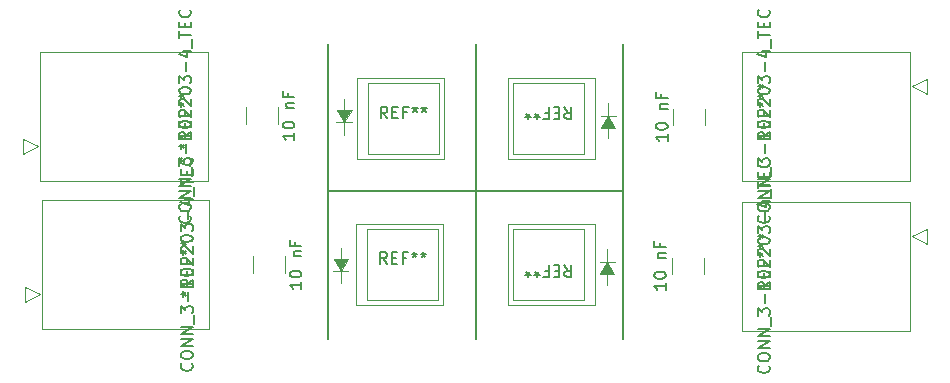
<source format=gbr>
%TF.GenerationSoftware,KiCad,Pcbnew,(6.0.8-1)-1*%
%TF.CreationDate,2023-06-07T12:10:10-04:00*%
%TF.ProjectId,Ecal2.5x2.5cm,4563616c-322e-4357-9832-2e35636d2e6b,rev?*%
%TF.SameCoordinates,Original*%
%TF.FileFunction,Legend,Top*%
%TF.FilePolarity,Positive*%
%FSLAX46Y46*%
G04 Gerber Fmt 4.6, Leading zero omitted, Abs format (unit mm)*
G04 Created by KiCad (PCBNEW (6.0.8-1)-1) date 2023-06-07 12:10:10*
%MOMM*%
%LPD*%
G01*
G04 APERTURE LIST*
%ADD10C,0.150000*%
%ADD11C,0.120000*%
G04 APERTURE END LIST*
D10*
X112500000Y-62500000D02*
X100000000Y-62500000D01*
X112500000Y-62500000D02*
X125000000Y-62500000D01*
X112500000Y-62500000D02*
X112500000Y-75000000D01*
X112500000Y-62500000D02*
X112500000Y-50000000D01*
X125000000Y-50000000D02*
X125000000Y-75000000D01*
X100000000Y-50000000D02*
X100000000Y-75000000D01*
%TO.C,REF\u002A\u002A*%
X137402280Y-70185833D02*
X136926090Y-70519166D01*
X137402280Y-70757261D02*
X136402280Y-70757261D01*
X136402280Y-70376309D01*
X136449900Y-70281071D01*
X136497519Y-70233452D01*
X136592757Y-70185833D01*
X136735614Y-70185833D01*
X136830852Y-70233452D01*
X136878471Y-70281071D01*
X136926090Y-70376309D01*
X136926090Y-70757261D01*
X136878471Y-69757261D02*
X136878471Y-69423928D01*
X137402280Y-69281071D02*
X137402280Y-69757261D01*
X136402280Y-69757261D01*
X136402280Y-69281071D01*
X136878471Y-68519166D02*
X136878471Y-68852500D01*
X137402280Y-68852500D02*
X136402280Y-68852500D01*
X136402280Y-68376309D01*
X136402280Y-67852500D02*
X136640376Y-67852500D01*
X136545138Y-68090595D02*
X136640376Y-67852500D01*
X136545138Y-67614404D01*
X136830852Y-67995357D02*
X136640376Y-67852500D01*
X136830852Y-67709642D01*
X136402280Y-67090595D02*
X136640376Y-67090595D01*
X136545138Y-67328690D02*
X136640376Y-67090595D01*
X136545138Y-66852500D01*
X136830852Y-67233452D02*
X136640376Y-67090595D01*
X136830852Y-66947738D01*
X137307042Y-77257261D02*
X137354661Y-77304880D01*
X137402280Y-77447738D01*
X137402280Y-77542976D01*
X137354661Y-77685833D01*
X137259423Y-77781071D01*
X137164185Y-77828690D01*
X136973709Y-77876309D01*
X136830852Y-77876309D01*
X136640376Y-77828690D01*
X136545138Y-77781071D01*
X136449900Y-77685833D01*
X136402280Y-77542976D01*
X136402280Y-77447738D01*
X136449900Y-77304880D01*
X136497519Y-77257261D01*
X136402280Y-76638214D02*
X136402280Y-76447738D01*
X136449900Y-76352500D01*
X136545138Y-76257261D01*
X136735614Y-76209642D01*
X137068947Y-76209642D01*
X137259423Y-76257261D01*
X137354661Y-76352500D01*
X137402280Y-76447738D01*
X137402280Y-76638214D01*
X137354661Y-76733452D01*
X137259423Y-76828690D01*
X137068947Y-76876309D01*
X136735614Y-76876309D01*
X136545138Y-76828690D01*
X136449900Y-76733452D01*
X136402280Y-76638214D01*
X137402280Y-75781071D02*
X136402280Y-75781071D01*
X137402280Y-75209642D01*
X136402280Y-75209642D01*
X137402280Y-74733452D02*
X136402280Y-74733452D01*
X137402280Y-74162023D01*
X136402280Y-74162023D01*
X137497519Y-73923928D02*
X137497519Y-73162023D01*
X136402280Y-73019166D02*
X136402280Y-72400119D01*
X136783233Y-72733452D01*
X136783233Y-72590595D01*
X136830852Y-72495357D01*
X136878471Y-72447738D01*
X136973709Y-72400119D01*
X137211804Y-72400119D01*
X137307042Y-72447738D01*
X137354661Y-72495357D01*
X137402280Y-72590595D01*
X137402280Y-72876309D01*
X137354661Y-72971547D01*
X137307042Y-73019166D01*
X137021328Y-71971547D02*
X137021328Y-71209642D01*
X137402280Y-70209642D02*
X137402280Y-70781071D01*
X137402280Y-70495357D02*
X136402280Y-70495357D01*
X136545138Y-70590595D01*
X136640376Y-70685833D01*
X136687995Y-70781071D01*
X136402280Y-69590595D02*
X136402280Y-69495357D01*
X136449900Y-69400119D01*
X136497519Y-69352500D01*
X136592757Y-69304880D01*
X136783233Y-69257261D01*
X137021328Y-69257261D01*
X137211804Y-69304880D01*
X137307042Y-69352500D01*
X137354661Y-69400119D01*
X137402280Y-69495357D01*
X137402280Y-69590595D01*
X137354661Y-69685833D01*
X137307042Y-69733452D01*
X137211804Y-69781071D01*
X137021328Y-69828690D01*
X136783233Y-69828690D01*
X136592757Y-69781071D01*
X136497519Y-69733452D01*
X136449900Y-69685833D01*
X136402280Y-69590595D01*
X136497519Y-68876309D02*
X136449900Y-68828690D01*
X136402280Y-68733452D01*
X136402280Y-68495357D01*
X136449900Y-68400119D01*
X136497519Y-68352500D01*
X136592757Y-68304880D01*
X136687995Y-68304880D01*
X136830852Y-68352500D01*
X137402280Y-68923928D01*
X137402280Y-68304880D01*
X136497519Y-67923928D02*
X136449900Y-67876309D01*
X136402280Y-67781071D01*
X136402280Y-67542976D01*
X136449900Y-67447738D01*
X136497519Y-67400119D01*
X136592757Y-67352500D01*
X136687995Y-67352500D01*
X136830852Y-67400119D01*
X137402280Y-67971547D01*
X137402280Y-67352500D01*
X136402280Y-66733452D02*
X136402280Y-66638214D01*
X136449900Y-66542976D01*
X136497519Y-66495357D01*
X136592757Y-66447738D01*
X136783233Y-66400119D01*
X137021328Y-66400119D01*
X137211804Y-66447738D01*
X137307042Y-66495357D01*
X137354661Y-66542976D01*
X137402280Y-66638214D01*
X137402280Y-66733452D01*
X137354661Y-66828690D01*
X137307042Y-66876309D01*
X137211804Y-66923928D01*
X137021328Y-66971547D01*
X136783233Y-66971547D01*
X136592757Y-66923928D01*
X136497519Y-66876309D01*
X136449900Y-66828690D01*
X136402280Y-66733452D01*
X136402280Y-66066785D02*
X136402280Y-65447738D01*
X136783233Y-65781071D01*
X136783233Y-65638214D01*
X136830852Y-65542976D01*
X136878471Y-65495357D01*
X136973709Y-65447738D01*
X137211804Y-65447738D01*
X137307042Y-65495357D01*
X137354661Y-65542976D01*
X137402280Y-65638214D01*
X137402280Y-65923928D01*
X137354661Y-66019166D01*
X137307042Y-66066785D01*
X137021328Y-65019166D02*
X137021328Y-64257261D01*
X136735614Y-63352500D02*
X137402280Y-63352500D01*
X136354661Y-63590595D02*
X137068947Y-63828690D01*
X137068947Y-63209642D01*
X137497519Y-63066785D02*
X137497519Y-62304880D01*
X136402280Y-62209642D02*
X136402280Y-61638214D01*
X137402280Y-61923928D02*
X136402280Y-61923928D01*
X136878471Y-61304880D02*
X136878471Y-60971547D01*
X137402280Y-60828690D02*
X137402280Y-61304880D01*
X136402280Y-61304880D01*
X136402280Y-60828690D01*
X137307042Y-59828690D02*
X137354661Y-59876309D01*
X137402280Y-60019166D01*
X137402280Y-60114404D01*
X137354661Y-60257261D01*
X137259423Y-60352500D01*
X137164185Y-60400119D01*
X136973709Y-60447738D01*
X136830852Y-60447738D01*
X136640376Y-60400119D01*
X136545138Y-60352500D01*
X136449900Y-60257261D01*
X136402280Y-60114404D01*
X136402280Y-60019166D01*
X136449900Y-59876309D01*
X136497519Y-59828690D01*
X136402280Y-66312500D02*
X136640376Y-66312500D01*
X136545138Y-66550595D02*
X136640376Y-66312500D01*
X136545138Y-66074404D01*
X136830852Y-66455357D02*
X136640376Y-66312500D01*
X136830852Y-66169642D01*
%TO.C,10 nF*%
X128602280Y-70264880D02*
X128602280Y-70836309D01*
X128602280Y-70550595D02*
X127602280Y-70550595D01*
X127745138Y-70645833D01*
X127840376Y-70741071D01*
X127887995Y-70836309D01*
X127602280Y-69645833D02*
X127602280Y-69550595D01*
X127649900Y-69455357D01*
X127697519Y-69407738D01*
X127792757Y-69360119D01*
X127983233Y-69312500D01*
X128221328Y-69312500D01*
X128411804Y-69360119D01*
X128507042Y-69407738D01*
X128554661Y-69455357D01*
X128602280Y-69550595D01*
X128602280Y-69645833D01*
X128554661Y-69741071D01*
X128507042Y-69788690D01*
X128411804Y-69836309D01*
X128221328Y-69883928D01*
X127983233Y-69883928D01*
X127792757Y-69836309D01*
X127697519Y-69788690D01*
X127649900Y-69741071D01*
X127602280Y-69645833D01*
X127935614Y-68122023D02*
X128602280Y-68122023D01*
X128030852Y-68122023D02*
X127983233Y-68074404D01*
X127935614Y-67979166D01*
X127935614Y-67836309D01*
X127983233Y-67741071D01*
X128078471Y-67693452D01*
X128602280Y-67693452D01*
X128078471Y-66883928D02*
X128078471Y-67217261D01*
X128602280Y-67217261D02*
X127602280Y-67217261D01*
X127602280Y-66741071D01*
X128752380Y-57652380D02*
X128752380Y-58223809D01*
X128752380Y-57938095D02*
X127752380Y-57938095D01*
X127895238Y-58033333D01*
X127990476Y-58128571D01*
X128038095Y-58223809D01*
X127752380Y-57033333D02*
X127752380Y-56938095D01*
X127800000Y-56842857D01*
X127847619Y-56795238D01*
X127942857Y-56747619D01*
X128133333Y-56700000D01*
X128371428Y-56700000D01*
X128561904Y-56747619D01*
X128657142Y-56795238D01*
X128704761Y-56842857D01*
X128752380Y-56938095D01*
X128752380Y-57033333D01*
X128704761Y-57128571D01*
X128657142Y-57176190D01*
X128561904Y-57223809D01*
X128371428Y-57271428D01*
X128133333Y-57271428D01*
X127942857Y-57223809D01*
X127847619Y-57176190D01*
X127800000Y-57128571D01*
X127752380Y-57033333D01*
X128085714Y-55509523D02*
X128752380Y-55509523D01*
X128180952Y-55509523D02*
X128133333Y-55461904D01*
X128085714Y-55366666D01*
X128085714Y-55223809D01*
X128133333Y-55128571D01*
X128228571Y-55080952D01*
X128752380Y-55080952D01*
X128228571Y-54271428D02*
X128228571Y-54604761D01*
X128752380Y-54604761D02*
X127752380Y-54604761D01*
X127752380Y-54128571D01*
%TO.C,REF\u002A\u002A*%
X137402280Y-57485833D02*
X136926090Y-57819166D01*
X137402280Y-58057261D02*
X136402280Y-58057261D01*
X136402280Y-57676309D01*
X136449900Y-57581071D01*
X136497519Y-57533452D01*
X136592757Y-57485833D01*
X136735614Y-57485833D01*
X136830852Y-57533452D01*
X136878471Y-57581071D01*
X136926090Y-57676309D01*
X136926090Y-58057261D01*
X136878471Y-57057261D02*
X136878471Y-56723928D01*
X137402280Y-56581071D02*
X137402280Y-57057261D01*
X136402280Y-57057261D01*
X136402280Y-56581071D01*
X136878471Y-55819166D02*
X136878471Y-56152500D01*
X137402280Y-56152500D02*
X136402280Y-56152500D01*
X136402280Y-55676309D01*
X136402280Y-55152500D02*
X136640376Y-55152500D01*
X136545138Y-55390595D02*
X136640376Y-55152500D01*
X136545138Y-54914404D01*
X136830852Y-55295357D02*
X136640376Y-55152500D01*
X136830852Y-55009642D01*
X136402280Y-54390595D02*
X136640376Y-54390595D01*
X136545138Y-54628690D02*
X136640376Y-54390595D01*
X136545138Y-54152500D01*
X136830852Y-54533452D02*
X136640376Y-54390595D01*
X136830852Y-54247738D01*
X137307042Y-64557261D02*
X137354661Y-64604880D01*
X137402280Y-64747738D01*
X137402280Y-64842976D01*
X137354661Y-64985833D01*
X137259423Y-65081071D01*
X137164185Y-65128690D01*
X136973709Y-65176309D01*
X136830852Y-65176309D01*
X136640376Y-65128690D01*
X136545138Y-65081071D01*
X136449900Y-64985833D01*
X136402280Y-64842976D01*
X136402280Y-64747738D01*
X136449900Y-64604880D01*
X136497519Y-64557261D01*
X136402280Y-63938214D02*
X136402280Y-63747738D01*
X136449900Y-63652500D01*
X136545138Y-63557261D01*
X136735614Y-63509642D01*
X137068947Y-63509642D01*
X137259423Y-63557261D01*
X137354661Y-63652500D01*
X137402280Y-63747738D01*
X137402280Y-63938214D01*
X137354661Y-64033452D01*
X137259423Y-64128690D01*
X137068947Y-64176309D01*
X136735614Y-64176309D01*
X136545138Y-64128690D01*
X136449900Y-64033452D01*
X136402280Y-63938214D01*
X137402280Y-63081071D02*
X136402280Y-63081071D01*
X137402280Y-62509642D01*
X136402280Y-62509642D01*
X137402280Y-62033452D02*
X136402280Y-62033452D01*
X137402280Y-61462023D01*
X136402280Y-61462023D01*
X137497519Y-61223928D02*
X137497519Y-60462023D01*
X136402280Y-60319166D02*
X136402280Y-59700119D01*
X136783233Y-60033452D01*
X136783233Y-59890595D01*
X136830852Y-59795357D01*
X136878471Y-59747738D01*
X136973709Y-59700119D01*
X137211804Y-59700119D01*
X137307042Y-59747738D01*
X137354661Y-59795357D01*
X137402280Y-59890595D01*
X137402280Y-60176309D01*
X137354661Y-60271547D01*
X137307042Y-60319166D01*
X137021328Y-59271547D02*
X137021328Y-58509642D01*
X137402280Y-57509642D02*
X137402280Y-58081071D01*
X137402280Y-57795357D02*
X136402280Y-57795357D01*
X136545138Y-57890595D01*
X136640376Y-57985833D01*
X136687995Y-58081071D01*
X136402280Y-56890595D02*
X136402280Y-56795357D01*
X136449900Y-56700119D01*
X136497519Y-56652500D01*
X136592757Y-56604880D01*
X136783233Y-56557261D01*
X137021328Y-56557261D01*
X137211804Y-56604880D01*
X137307042Y-56652500D01*
X137354661Y-56700119D01*
X137402280Y-56795357D01*
X137402280Y-56890595D01*
X137354661Y-56985833D01*
X137307042Y-57033452D01*
X137211804Y-57081071D01*
X137021328Y-57128690D01*
X136783233Y-57128690D01*
X136592757Y-57081071D01*
X136497519Y-57033452D01*
X136449900Y-56985833D01*
X136402280Y-56890595D01*
X136497519Y-56176309D02*
X136449900Y-56128690D01*
X136402280Y-56033452D01*
X136402280Y-55795357D01*
X136449900Y-55700119D01*
X136497519Y-55652500D01*
X136592757Y-55604880D01*
X136687995Y-55604880D01*
X136830852Y-55652500D01*
X137402280Y-56223928D01*
X137402280Y-55604880D01*
X136497519Y-55223928D02*
X136449900Y-55176309D01*
X136402280Y-55081071D01*
X136402280Y-54842976D01*
X136449900Y-54747738D01*
X136497519Y-54700119D01*
X136592757Y-54652500D01*
X136687995Y-54652500D01*
X136830852Y-54700119D01*
X137402280Y-55271547D01*
X137402280Y-54652500D01*
X136402280Y-54033452D02*
X136402280Y-53938214D01*
X136449900Y-53842976D01*
X136497519Y-53795357D01*
X136592757Y-53747738D01*
X136783233Y-53700119D01*
X137021328Y-53700119D01*
X137211804Y-53747738D01*
X137307042Y-53795357D01*
X137354661Y-53842976D01*
X137402280Y-53938214D01*
X137402280Y-54033452D01*
X137354661Y-54128690D01*
X137307042Y-54176309D01*
X137211804Y-54223928D01*
X137021328Y-54271547D01*
X136783233Y-54271547D01*
X136592757Y-54223928D01*
X136497519Y-54176309D01*
X136449900Y-54128690D01*
X136402280Y-54033452D01*
X136402280Y-53366785D02*
X136402280Y-52747738D01*
X136783233Y-53081071D01*
X136783233Y-52938214D01*
X136830852Y-52842976D01*
X136878471Y-52795357D01*
X136973709Y-52747738D01*
X137211804Y-52747738D01*
X137307042Y-52795357D01*
X137354661Y-52842976D01*
X137402280Y-52938214D01*
X137402280Y-53223928D01*
X137354661Y-53319166D01*
X137307042Y-53366785D01*
X137021328Y-52319166D02*
X137021328Y-51557261D01*
X136735614Y-50652500D02*
X137402280Y-50652500D01*
X136354661Y-50890595D02*
X137068947Y-51128690D01*
X137068947Y-50509642D01*
X137497519Y-50366785D02*
X137497519Y-49604880D01*
X136402280Y-49509642D02*
X136402280Y-48938214D01*
X137402280Y-49223928D02*
X136402280Y-49223928D01*
X136878471Y-48604880D02*
X136878471Y-48271547D01*
X137402280Y-48128690D02*
X137402280Y-48604880D01*
X136402280Y-48604880D01*
X136402280Y-48128690D01*
X137307042Y-47128690D02*
X137354661Y-47176309D01*
X137402280Y-47319166D01*
X137402280Y-47414404D01*
X137354661Y-47557261D01*
X137259423Y-47652500D01*
X137164185Y-47700119D01*
X136973709Y-47747738D01*
X136830852Y-47747738D01*
X136640376Y-47700119D01*
X136545138Y-47652500D01*
X136449900Y-47557261D01*
X136402280Y-47414404D01*
X136402280Y-47319166D01*
X136449900Y-47176309D01*
X136497519Y-47128690D01*
X136402280Y-53612500D02*
X136640376Y-53612500D01*
X136545138Y-53850595D02*
X136640376Y-53612500D01*
X136545138Y-53374404D01*
X136830852Y-53755357D02*
X136640376Y-53612500D01*
X136830852Y-53469642D01*
%TO.C,10 nF*%
X97752380Y-70152380D02*
X97752380Y-70723809D01*
X97752380Y-70438095D02*
X96752380Y-70438095D01*
X96895238Y-70533333D01*
X96990476Y-70628571D01*
X97038095Y-70723809D01*
X96752380Y-69533333D02*
X96752380Y-69438095D01*
X96800000Y-69342857D01*
X96847619Y-69295238D01*
X96942857Y-69247619D01*
X97133333Y-69200000D01*
X97371428Y-69200000D01*
X97561904Y-69247619D01*
X97657142Y-69295238D01*
X97704761Y-69342857D01*
X97752380Y-69438095D01*
X97752380Y-69533333D01*
X97704761Y-69628571D01*
X97657142Y-69676190D01*
X97561904Y-69723809D01*
X97371428Y-69771428D01*
X97133333Y-69771428D01*
X96942857Y-69723809D01*
X96847619Y-69676190D01*
X96800000Y-69628571D01*
X96752380Y-69533333D01*
X97085714Y-68009523D02*
X97752380Y-68009523D01*
X97180952Y-68009523D02*
X97133333Y-67961904D01*
X97085714Y-67866666D01*
X97085714Y-67723809D01*
X97133333Y-67628571D01*
X97228571Y-67580952D01*
X97752380Y-67580952D01*
X97228571Y-66771428D02*
X97228571Y-67104761D01*
X97752380Y-67104761D02*
X96752380Y-67104761D01*
X96752380Y-66628571D01*
%TO.C,REF\u002A\u002A*%
X88552380Y-69993333D02*
X88076190Y-70326666D01*
X88552380Y-70564761D02*
X87552380Y-70564761D01*
X87552380Y-70183809D01*
X87600000Y-70088571D01*
X87647619Y-70040952D01*
X87742857Y-69993333D01*
X87885714Y-69993333D01*
X87980952Y-70040952D01*
X88028571Y-70088571D01*
X88076190Y-70183809D01*
X88076190Y-70564761D01*
X88028571Y-69564761D02*
X88028571Y-69231428D01*
X88552380Y-69088571D02*
X88552380Y-69564761D01*
X87552380Y-69564761D01*
X87552380Y-69088571D01*
X88028571Y-68326666D02*
X88028571Y-68660000D01*
X88552380Y-68660000D02*
X87552380Y-68660000D01*
X87552380Y-68183809D01*
X87552380Y-67660000D02*
X87790476Y-67660000D01*
X87695238Y-67898095D02*
X87790476Y-67660000D01*
X87695238Y-67421904D01*
X87980952Y-67802857D02*
X87790476Y-67660000D01*
X87980952Y-67517142D01*
X87552380Y-66898095D02*
X87790476Y-66898095D01*
X87695238Y-67136190D02*
X87790476Y-66898095D01*
X87695238Y-66660000D01*
X87980952Y-67040952D02*
X87790476Y-66898095D01*
X87980952Y-66755238D01*
X88457142Y-77064761D02*
X88504761Y-77112380D01*
X88552380Y-77255238D01*
X88552380Y-77350476D01*
X88504761Y-77493333D01*
X88409523Y-77588571D01*
X88314285Y-77636190D01*
X88123809Y-77683809D01*
X87980952Y-77683809D01*
X87790476Y-77636190D01*
X87695238Y-77588571D01*
X87600000Y-77493333D01*
X87552380Y-77350476D01*
X87552380Y-77255238D01*
X87600000Y-77112380D01*
X87647619Y-77064761D01*
X87552380Y-76445714D02*
X87552380Y-76255238D01*
X87600000Y-76160000D01*
X87695238Y-76064761D01*
X87885714Y-76017142D01*
X88219047Y-76017142D01*
X88409523Y-76064761D01*
X88504761Y-76160000D01*
X88552380Y-76255238D01*
X88552380Y-76445714D01*
X88504761Y-76540952D01*
X88409523Y-76636190D01*
X88219047Y-76683809D01*
X87885714Y-76683809D01*
X87695238Y-76636190D01*
X87600000Y-76540952D01*
X87552380Y-76445714D01*
X88552380Y-75588571D02*
X87552380Y-75588571D01*
X88552380Y-75017142D01*
X87552380Y-75017142D01*
X88552380Y-74540952D02*
X87552380Y-74540952D01*
X88552380Y-73969523D01*
X87552380Y-73969523D01*
X88647619Y-73731428D02*
X88647619Y-72969523D01*
X87552380Y-72826666D02*
X87552380Y-72207619D01*
X87933333Y-72540952D01*
X87933333Y-72398095D01*
X87980952Y-72302857D01*
X88028571Y-72255238D01*
X88123809Y-72207619D01*
X88361904Y-72207619D01*
X88457142Y-72255238D01*
X88504761Y-72302857D01*
X88552380Y-72398095D01*
X88552380Y-72683809D01*
X88504761Y-72779047D01*
X88457142Y-72826666D01*
X88171428Y-71779047D02*
X88171428Y-71017142D01*
X88552380Y-70017142D02*
X88552380Y-70588571D01*
X88552380Y-70302857D02*
X87552380Y-70302857D01*
X87695238Y-70398095D01*
X87790476Y-70493333D01*
X87838095Y-70588571D01*
X87552380Y-69398095D02*
X87552380Y-69302857D01*
X87600000Y-69207619D01*
X87647619Y-69160000D01*
X87742857Y-69112380D01*
X87933333Y-69064761D01*
X88171428Y-69064761D01*
X88361904Y-69112380D01*
X88457142Y-69160000D01*
X88504761Y-69207619D01*
X88552380Y-69302857D01*
X88552380Y-69398095D01*
X88504761Y-69493333D01*
X88457142Y-69540952D01*
X88361904Y-69588571D01*
X88171428Y-69636190D01*
X87933333Y-69636190D01*
X87742857Y-69588571D01*
X87647619Y-69540952D01*
X87600000Y-69493333D01*
X87552380Y-69398095D01*
X87647619Y-68683809D02*
X87600000Y-68636190D01*
X87552380Y-68540952D01*
X87552380Y-68302857D01*
X87600000Y-68207619D01*
X87647619Y-68160000D01*
X87742857Y-68112380D01*
X87838095Y-68112380D01*
X87980952Y-68160000D01*
X88552380Y-68731428D01*
X88552380Y-68112380D01*
X87647619Y-67731428D02*
X87600000Y-67683809D01*
X87552380Y-67588571D01*
X87552380Y-67350476D01*
X87600000Y-67255238D01*
X87647619Y-67207619D01*
X87742857Y-67160000D01*
X87838095Y-67160000D01*
X87980952Y-67207619D01*
X88552380Y-67779047D01*
X88552380Y-67160000D01*
X87552380Y-66540952D02*
X87552380Y-66445714D01*
X87600000Y-66350476D01*
X87647619Y-66302857D01*
X87742857Y-66255238D01*
X87933333Y-66207619D01*
X88171428Y-66207619D01*
X88361904Y-66255238D01*
X88457142Y-66302857D01*
X88504761Y-66350476D01*
X88552380Y-66445714D01*
X88552380Y-66540952D01*
X88504761Y-66636190D01*
X88457142Y-66683809D01*
X88361904Y-66731428D01*
X88171428Y-66779047D01*
X87933333Y-66779047D01*
X87742857Y-66731428D01*
X87647619Y-66683809D01*
X87600000Y-66636190D01*
X87552380Y-66540952D01*
X87552380Y-65874285D02*
X87552380Y-65255238D01*
X87933333Y-65588571D01*
X87933333Y-65445714D01*
X87980952Y-65350476D01*
X88028571Y-65302857D01*
X88123809Y-65255238D01*
X88361904Y-65255238D01*
X88457142Y-65302857D01*
X88504761Y-65350476D01*
X88552380Y-65445714D01*
X88552380Y-65731428D01*
X88504761Y-65826666D01*
X88457142Y-65874285D01*
X88171428Y-64826666D02*
X88171428Y-64064761D01*
X87885714Y-63160000D02*
X88552380Y-63160000D01*
X87504761Y-63398095D02*
X88219047Y-63636190D01*
X88219047Y-63017142D01*
X88647619Y-62874285D02*
X88647619Y-62112380D01*
X87552380Y-62017142D02*
X87552380Y-61445714D01*
X88552380Y-61731428D02*
X87552380Y-61731428D01*
X88028571Y-61112380D02*
X88028571Y-60779047D01*
X88552380Y-60636190D02*
X88552380Y-61112380D01*
X87552380Y-61112380D01*
X87552380Y-60636190D01*
X88457142Y-59636190D02*
X88504761Y-59683809D01*
X88552380Y-59826666D01*
X88552380Y-59921904D01*
X88504761Y-60064761D01*
X88409523Y-60160000D01*
X88314285Y-60207619D01*
X88123809Y-60255238D01*
X87980952Y-60255238D01*
X87790476Y-60207619D01*
X87695238Y-60160000D01*
X87600000Y-60064761D01*
X87552380Y-59921904D01*
X87552380Y-59826666D01*
X87600000Y-59683809D01*
X87647619Y-59636190D01*
X87552380Y-71200000D02*
X87790476Y-71200000D01*
X87695238Y-71438095D02*
X87790476Y-71200000D01*
X87695238Y-70961904D01*
X87980952Y-71342857D02*
X87790476Y-71200000D01*
X87980952Y-71057142D01*
X104981766Y-68637280D02*
X104648433Y-68161090D01*
X104410338Y-68637280D02*
X104410338Y-67637280D01*
X104791290Y-67637280D01*
X104886528Y-67684900D01*
X104934147Y-67732519D01*
X104981766Y-67827757D01*
X104981766Y-67970614D01*
X104934147Y-68065852D01*
X104886528Y-68113471D01*
X104791290Y-68161090D01*
X104410338Y-68161090D01*
X105410338Y-68113471D02*
X105743671Y-68113471D01*
X105886528Y-68637280D02*
X105410338Y-68637280D01*
X105410338Y-67637280D01*
X105886528Y-67637280D01*
X106648433Y-68113471D02*
X106315100Y-68113471D01*
X106315100Y-68637280D02*
X106315100Y-67637280D01*
X106791290Y-67637280D01*
X107315100Y-67637280D02*
X107315100Y-67875376D01*
X107077004Y-67780138D02*
X107315100Y-67875376D01*
X107553195Y-67780138D01*
X107172242Y-68065852D02*
X107315100Y-67875376D01*
X107457957Y-68065852D01*
X108077004Y-67637280D02*
X108077004Y-67875376D01*
X107838909Y-67780138D02*
X108077004Y-67875376D01*
X108315100Y-67780138D01*
X107934147Y-68065852D02*
X108077004Y-67875376D01*
X108219861Y-68065852D01*
X105031766Y-56317480D02*
X104698433Y-55841290D01*
X104460338Y-56317480D02*
X104460338Y-55317480D01*
X104841290Y-55317480D01*
X104936528Y-55365100D01*
X104984147Y-55412719D01*
X105031766Y-55507957D01*
X105031766Y-55650814D01*
X104984147Y-55746052D01*
X104936528Y-55793671D01*
X104841290Y-55841290D01*
X104460338Y-55841290D01*
X105460338Y-55793671D02*
X105793671Y-55793671D01*
X105936528Y-56317480D02*
X105460338Y-56317480D01*
X105460338Y-55317480D01*
X105936528Y-55317480D01*
X106698433Y-55793671D02*
X106365100Y-55793671D01*
X106365100Y-56317480D02*
X106365100Y-55317480D01*
X106841290Y-55317480D01*
X107365100Y-55317480D02*
X107365100Y-55555576D01*
X107127004Y-55460338D02*
X107365100Y-55555576D01*
X107603195Y-55460338D01*
X107222242Y-55746052D02*
X107365100Y-55555576D01*
X107507957Y-55746052D01*
X108127004Y-55317480D02*
X108127004Y-55555576D01*
X107888909Y-55460338D02*
X108127004Y-55555576D01*
X108365100Y-55460338D01*
X107984147Y-55746052D02*
X108127004Y-55555576D01*
X108269861Y-55746052D01*
X120018233Y-55362719D02*
X120351566Y-55838909D01*
X120589661Y-55362719D02*
X120589661Y-56362719D01*
X120208709Y-56362719D01*
X120113471Y-56315100D01*
X120065852Y-56267480D01*
X120018233Y-56172242D01*
X120018233Y-56029385D01*
X120065852Y-55934147D01*
X120113471Y-55886528D01*
X120208709Y-55838909D01*
X120589661Y-55838909D01*
X119589661Y-55886528D02*
X119256328Y-55886528D01*
X119113471Y-55362719D02*
X119589661Y-55362719D01*
X119589661Y-56362719D01*
X119113471Y-56362719D01*
X118351566Y-55886528D02*
X118684900Y-55886528D01*
X118684900Y-55362719D02*
X118684900Y-56362719D01*
X118208709Y-56362719D01*
X117684900Y-56362719D02*
X117684900Y-56124623D01*
X117922995Y-56219861D02*
X117684900Y-56124623D01*
X117446804Y-56219861D01*
X117827757Y-55934147D02*
X117684900Y-56124623D01*
X117542042Y-55934147D01*
X116922995Y-56362719D02*
X116922995Y-56124623D01*
X117161090Y-56219861D02*
X116922995Y-56124623D01*
X116684900Y-56219861D01*
X117065852Y-55934147D02*
X116922995Y-56124623D01*
X116780138Y-55934147D01*
X120018233Y-68732519D02*
X120351566Y-69208709D01*
X120589661Y-68732519D02*
X120589661Y-69732519D01*
X120208709Y-69732519D01*
X120113471Y-69684900D01*
X120065852Y-69637280D01*
X120018233Y-69542042D01*
X120018233Y-69399185D01*
X120065852Y-69303947D01*
X120113471Y-69256328D01*
X120208709Y-69208709D01*
X120589661Y-69208709D01*
X119589661Y-69256328D02*
X119256328Y-69256328D01*
X119113471Y-68732519D02*
X119589661Y-68732519D01*
X119589661Y-69732519D01*
X119113471Y-69732519D01*
X118351566Y-69256328D02*
X118684900Y-69256328D01*
X118684900Y-68732519D02*
X118684900Y-69732519D01*
X118208709Y-69732519D01*
X117684900Y-69732519D02*
X117684900Y-69494423D01*
X117922995Y-69589661D02*
X117684900Y-69494423D01*
X117446804Y-69589661D01*
X117827757Y-69303947D02*
X117684900Y-69494423D01*
X117542042Y-69303947D01*
X116922995Y-69732519D02*
X116922995Y-69494423D01*
X117161090Y-69589661D02*
X116922995Y-69494423D01*
X116684900Y-69589661D01*
X117065852Y-69303947D02*
X116922995Y-69494423D01*
X116780138Y-69303947D01*
X88402480Y-57480833D02*
X87926290Y-57814166D01*
X88402480Y-58052261D02*
X87402480Y-58052261D01*
X87402480Y-57671309D01*
X87450100Y-57576071D01*
X87497719Y-57528452D01*
X87592957Y-57480833D01*
X87735814Y-57480833D01*
X87831052Y-57528452D01*
X87878671Y-57576071D01*
X87926290Y-57671309D01*
X87926290Y-58052261D01*
X87878671Y-57052261D02*
X87878671Y-56718928D01*
X88402480Y-56576071D02*
X88402480Y-57052261D01*
X87402480Y-57052261D01*
X87402480Y-56576071D01*
X87878671Y-55814166D02*
X87878671Y-56147500D01*
X88402480Y-56147500D02*
X87402480Y-56147500D01*
X87402480Y-55671309D01*
X87402480Y-55147500D02*
X87640576Y-55147500D01*
X87545338Y-55385595D02*
X87640576Y-55147500D01*
X87545338Y-54909404D01*
X87831052Y-55290357D02*
X87640576Y-55147500D01*
X87831052Y-55004642D01*
X87402480Y-54385595D02*
X87640576Y-54385595D01*
X87545338Y-54623690D02*
X87640576Y-54385595D01*
X87545338Y-54147500D01*
X87831052Y-54528452D02*
X87640576Y-54385595D01*
X87831052Y-54242738D01*
X88307242Y-64552261D02*
X88354861Y-64599880D01*
X88402480Y-64742738D01*
X88402480Y-64837976D01*
X88354861Y-64980833D01*
X88259623Y-65076071D01*
X88164385Y-65123690D01*
X87973909Y-65171309D01*
X87831052Y-65171309D01*
X87640576Y-65123690D01*
X87545338Y-65076071D01*
X87450100Y-64980833D01*
X87402480Y-64837976D01*
X87402480Y-64742738D01*
X87450100Y-64599880D01*
X87497719Y-64552261D01*
X87402480Y-63933214D02*
X87402480Y-63742738D01*
X87450100Y-63647500D01*
X87545338Y-63552261D01*
X87735814Y-63504642D01*
X88069147Y-63504642D01*
X88259623Y-63552261D01*
X88354861Y-63647500D01*
X88402480Y-63742738D01*
X88402480Y-63933214D01*
X88354861Y-64028452D01*
X88259623Y-64123690D01*
X88069147Y-64171309D01*
X87735814Y-64171309D01*
X87545338Y-64123690D01*
X87450100Y-64028452D01*
X87402480Y-63933214D01*
X88402480Y-63076071D02*
X87402480Y-63076071D01*
X88402480Y-62504642D01*
X87402480Y-62504642D01*
X88402480Y-62028452D02*
X87402480Y-62028452D01*
X88402480Y-61457023D01*
X87402480Y-61457023D01*
X88497719Y-61218928D02*
X88497719Y-60457023D01*
X87402480Y-60314166D02*
X87402480Y-59695119D01*
X87783433Y-60028452D01*
X87783433Y-59885595D01*
X87831052Y-59790357D01*
X87878671Y-59742738D01*
X87973909Y-59695119D01*
X88212004Y-59695119D01*
X88307242Y-59742738D01*
X88354861Y-59790357D01*
X88402480Y-59885595D01*
X88402480Y-60171309D01*
X88354861Y-60266547D01*
X88307242Y-60314166D01*
X88021528Y-59266547D02*
X88021528Y-58504642D01*
X88402480Y-57504642D02*
X88402480Y-58076071D01*
X88402480Y-57790357D02*
X87402480Y-57790357D01*
X87545338Y-57885595D01*
X87640576Y-57980833D01*
X87688195Y-58076071D01*
X87402480Y-56885595D02*
X87402480Y-56790357D01*
X87450100Y-56695119D01*
X87497719Y-56647500D01*
X87592957Y-56599880D01*
X87783433Y-56552261D01*
X88021528Y-56552261D01*
X88212004Y-56599880D01*
X88307242Y-56647500D01*
X88354861Y-56695119D01*
X88402480Y-56790357D01*
X88402480Y-56885595D01*
X88354861Y-56980833D01*
X88307242Y-57028452D01*
X88212004Y-57076071D01*
X88021528Y-57123690D01*
X87783433Y-57123690D01*
X87592957Y-57076071D01*
X87497719Y-57028452D01*
X87450100Y-56980833D01*
X87402480Y-56885595D01*
X87497719Y-56171309D02*
X87450100Y-56123690D01*
X87402480Y-56028452D01*
X87402480Y-55790357D01*
X87450100Y-55695119D01*
X87497719Y-55647500D01*
X87592957Y-55599880D01*
X87688195Y-55599880D01*
X87831052Y-55647500D01*
X88402480Y-56218928D01*
X88402480Y-55599880D01*
X87497719Y-55218928D02*
X87450100Y-55171309D01*
X87402480Y-55076071D01*
X87402480Y-54837976D01*
X87450100Y-54742738D01*
X87497719Y-54695119D01*
X87592957Y-54647500D01*
X87688195Y-54647500D01*
X87831052Y-54695119D01*
X88402480Y-55266547D01*
X88402480Y-54647500D01*
X87402480Y-54028452D02*
X87402480Y-53933214D01*
X87450100Y-53837976D01*
X87497719Y-53790357D01*
X87592957Y-53742738D01*
X87783433Y-53695119D01*
X88021528Y-53695119D01*
X88212004Y-53742738D01*
X88307242Y-53790357D01*
X88354861Y-53837976D01*
X88402480Y-53933214D01*
X88402480Y-54028452D01*
X88354861Y-54123690D01*
X88307242Y-54171309D01*
X88212004Y-54218928D01*
X88021528Y-54266547D01*
X87783433Y-54266547D01*
X87592957Y-54218928D01*
X87497719Y-54171309D01*
X87450100Y-54123690D01*
X87402480Y-54028452D01*
X87402480Y-53361785D02*
X87402480Y-52742738D01*
X87783433Y-53076071D01*
X87783433Y-52933214D01*
X87831052Y-52837976D01*
X87878671Y-52790357D01*
X87973909Y-52742738D01*
X88212004Y-52742738D01*
X88307242Y-52790357D01*
X88354861Y-52837976D01*
X88402480Y-52933214D01*
X88402480Y-53218928D01*
X88354861Y-53314166D01*
X88307242Y-53361785D01*
X88021528Y-52314166D02*
X88021528Y-51552261D01*
X87735814Y-50647500D02*
X88402480Y-50647500D01*
X87354861Y-50885595D02*
X88069147Y-51123690D01*
X88069147Y-50504642D01*
X88497719Y-50361785D02*
X88497719Y-49599880D01*
X87402480Y-49504642D02*
X87402480Y-48933214D01*
X88402480Y-49218928D02*
X87402480Y-49218928D01*
X87878671Y-48599880D02*
X87878671Y-48266547D01*
X88402480Y-48123690D02*
X88402480Y-48599880D01*
X87402480Y-48599880D01*
X87402480Y-48123690D01*
X88307242Y-47123690D02*
X88354861Y-47171309D01*
X88402480Y-47314166D01*
X88402480Y-47409404D01*
X88354861Y-47552261D01*
X88259623Y-47647500D01*
X88164385Y-47695119D01*
X87973909Y-47742738D01*
X87831052Y-47742738D01*
X87640576Y-47695119D01*
X87545338Y-47647500D01*
X87450100Y-47552261D01*
X87402480Y-47409404D01*
X87402480Y-47314166D01*
X87450100Y-47171309D01*
X87497719Y-47123690D01*
X87402480Y-58687500D02*
X87640576Y-58687500D01*
X87545338Y-58925595D02*
X87640576Y-58687500D01*
X87545338Y-58449404D01*
X87831052Y-58830357D02*
X87640576Y-58687500D01*
X87831052Y-58544642D01*
%TO.C,10 nF*%
X97152380Y-57552380D02*
X97152380Y-58123809D01*
X97152380Y-57838095D02*
X96152380Y-57838095D01*
X96295238Y-57933333D01*
X96390476Y-58028571D01*
X96438095Y-58123809D01*
X96152380Y-56933333D02*
X96152380Y-56838095D01*
X96200000Y-56742857D01*
X96247619Y-56695238D01*
X96342857Y-56647619D01*
X96533333Y-56600000D01*
X96771428Y-56600000D01*
X96961904Y-56647619D01*
X97057142Y-56695238D01*
X97104761Y-56742857D01*
X97152380Y-56838095D01*
X97152380Y-56933333D01*
X97104761Y-57028571D01*
X97057142Y-57076190D01*
X96961904Y-57123809D01*
X96771428Y-57171428D01*
X96533333Y-57171428D01*
X96342857Y-57123809D01*
X96247619Y-57076190D01*
X96200000Y-57028571D01*
X96152380Y-56933333D01*
X96485714Y-55409523D02*
X97152380Y-55409523D01*
X96580952Y-55409523D02*
X96533333Y-55361904D01*
X96485714Y-55266666D01*
X96485714Y-55123809D01*
X96533333Y-55028571D01*
X96628571Y-54980952D01*
X97152380Y-54980952D01*
X96628571Y-54171428D02*
X96628571Y-54504761D01*
X97152380Y-54504761D02*
X96152380Y-54504761D01*
X96152380Y-54028571D01*
D11*
%TO.C,REF\u002A\u002A*%
X123600000Y-67400000D02*
X123600000Y-70400000D01*
X123000000Y-68500000D02*
X124300000Y-68500000D01*
G36*
X124200000Y-69500000D02*
G01*
X123000000Y-69500000D01*
X123600000Y-68500000D01*
X124200000Y-69500000D01*
G37*
X124200000Y-69500000D02*
X123000000Y-69500000D01*
X123600000Y-68500000D01*
X124200000Y-69500000D01*
X123700000Y-55000000D02*
X123700000Y-58000000D01*
X123100000Y-56100000D02*
X124400000Y-56100000D01*
G36*
X124300000Y-57100000D02*
G01*
X123100000Y-57100000D01*
X123700000Y-56100000D01*
X124300000Y-57100000D01*
G37*
X124300000Y-57100000D02*
X123100000Y-57100000D01*
X123700000Y-56100000D01*
X124300000Y-57100000D01*
X101100000Y-70300000D02*
X101100000Y-67300000D01*
X101700000Y-69200000D02*
X100400000Y-69200000D01*
G36*
X101100000Y-69200000D02*
G01*
X100500000Y-68200000D01*
X101700000Y-68200000D01*
X101100000Y-69200000D01*
G37*
X101100000Y-69200000D02*
X100500000Y-68200000D01*
X101700000Y-68200000D01*
X101100000Y-69200000D01*
X101400000Y-57700000D02*
X101400000Y-54700000D01*
X102000000Y-56600000D02*
X100700000Y-56600000D01*
G36*
X101400000Y-56600000D02*
G01*
X100800000Y-55600000D01*
X102000000Y-55600000D01*
X101400000Y-56600000D01*
G37*
X101400000Y-56600000D02*
X100800000Y-55600000D01*
X102000000Y-55600000D01*
X101400000Y-56600000D01*
X150691300Y-66947500D02*
X149421300Y-66312500D01*
X135095700Y-74313500D02*
X149294300Y-74313500D01*
X149421300Y-66312500D02*
X150691300Y-65677500D01*
X135095700Y-63391500D02*
X135095700Y-74313500D01*
X149294300Y-63391500D02*
X135095700Y-63391500D01*
X149294300Y-74313500D02*
X149294300Y-63391500D01*
X150691300Y-65677500D02*
X150691300Y-66947500D01*
%TO.C,10 nF*%
X129089900Y-69523752D02*
X129089900Y-68101248D01*
X131809900Y-69523752D02*
X131809900Y-68101248D01*
X129240000Y-56911252D02*
X129240000Y-55488748D01*
X131960000Y-56911252D02*
X131960000Y-55488748D01*
%TO.C,REF\u002A\u002A*%
X150691300Y-52977500D02*
X150691300Y-54247500D01*
X149294300Y-61613500D02*
X149294300Y-50691500D01*
X149294300Y-50691500D02*
X135095700Y-50691500D01*
X135095700Y-50691500D02*
X135095700Y-61613500D01*
X149421300Y-53612500D02*
X150691300Y-52977500D01*
X135095700Y-61613500D02*
X149294300Y-61613500D01*
X150691300Y-54247500D02*
X149421300Y-53612500D01*
%TO.C,10 nF*%
X96360000Y-67988748D02*
X96360000Y-69411252D01*
X93640000Y-67988748D02*
X93640000Y-69411252D01*
%TO.C,REF\u002A\u002A*%
X74358600Y-70565000D02*
X75628600Y-71200000D01*
X89954200Y-63199000D02*
X75755600Y-63199000D01*
X75628600Y-71200000D02*
X74358600Y-71835000D01*
X89954200Y-74121000D02*
X89954200Y-63199000D01*
X75755600Y-74121000D02*
X89954200Y-74121000D01*
X75755600Y-63199000D02*
X75755600Y-74121000D01*
X74358600Y-71835000D02*
X74358600Y-70565000D01*
X102390100Y-65259900D02*
X109740100Y-65259900D01*
X109740100Y-65259900D02*
X109740100Y-72109900D01*
X109740100Y-72109900D02*
X102390100Y-72109900D01*
X102390100Y-72109900D02*
X102390100Y-65259900D01*
X103315100Y-65684900D02*
X109315100Y-65684900D01*
X109315100Y-65684900D02*
X109315100Y-71684900D01*
X109315100Y-71684900D02*
X103315100Y-71684900D01*
X103315100Y-71684900D02*
X103315100Y-65684900D01*
X102440100Y-52940100D02*
X109790100Y-52940100D01*
X109790100Y-52940100D02*
X109790100Y-59790100D01*
X109790100Y-59790100D02*
X102440100Y-59790100D01*
X102440100Y-59790100D02*
X102440100Y-52940100D01*
X103365100Y-53365100D02*
X109365100Y-53365100D01*
X109365100Y-53365100D02*
X109365100Y-59365100D01*
X109365100Y-59365100D02*
X103365100Y-59365100D01*
X103365100Y-59365100D02*
X103365100Y-53365100D01*
X122609900Y-59740100D02*
X115259900Y-59740100D01*
X115259900Y-59740100D02*
X115259900Y-52890100D01*
X115259900Y-52890100D02*
X122609900Y-52890100D01*
X122609900Y-52890100D02*
X122609900Y-59740100D01*
X121684900Y-59315100D02*
X115684900Y-59315100D01*
X115684900Y-59315100D02*
X115684900Y-53315100D01*
X115684900Y-53315100D02*
X121684900Y-53315100D01*
X121684900Y-53315100D02*
X121684900Y-59315100D01*
X122609900Y-72109900D02*
X115259900Y-72109900D01*
X115259900Y-72109900D02*
X115259900Y-65259900D01*
X115259900Y-65259900D02*
X122609900Y-65259900D01*
X122609900Y-65259900D02*
X122609900Y-72109900D01*
X121684900Y-71684900D02*
X115684900Y-71684900D01*
X115684900Y-71684900D02*
X115684900Y-65684900D01*
X115684900Y-65684900D02*
X121684900Y-65684900D01*
X121684900Y-65684900D02*
X121684900Y-71684900D01*
X74208700Y-58052500D02*
X75478700Y-58687500D01*
X89804300Y-50686500D02*
X75605700Y-50686500D01*
X75478700Y-58687500D02*
X74208700Y-59322500D01*
X89804300Y-61608500D02*
X89804300Y-50686500D01*
X75605700Y-61608500D02*
X89804300Y-61608500D01*
X75605700Y-50686500D02*
X75605700Y-61608500D01*
X74208700Y-59322500D02*
X74208700Y-58052500D01*
%TO.C,10 nF*%
X95760000Y-55388748D02*
X95760000Y-56811252D01*
X93040000Y-55388748D02*
X93040000Y-56811252D01*
%TD*%
M02*

</source>
